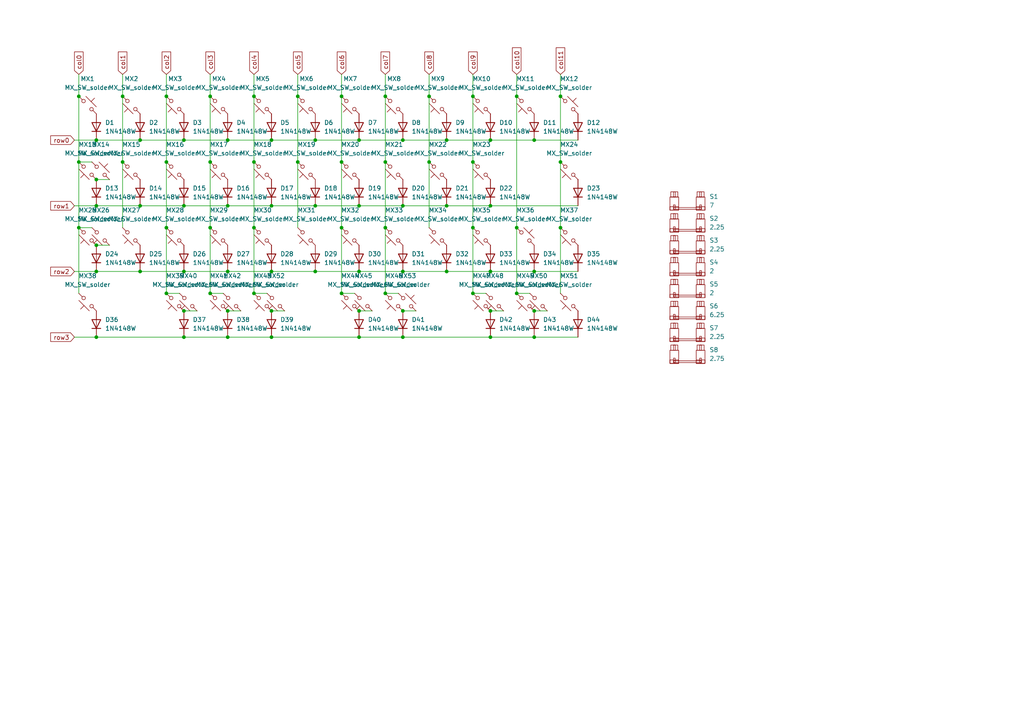
<source format=kicad_sch>
(kicad_sch (version 20231120) (generator "eeschema") (generator_version "8.0")
  (paper "A4")
  (lib_symbols
    (symbol "Diode:1N4148W" (pin_numbers hide) (pin_names hide)
      (property "Reference" "D" (at 0 2.54 0))
      (property "Value" "1N4148W" (at 0 -2.54 0))
      (symbol "1N4148W_0_1"
        (polyline (pts (xy -1.27 1.27) (xy -1.27 -1.27)) (stroke (width 0.254)))
        (polyline (pts (xy 1.27 0) (xy -1.27 0)))
        (polyline (pts (xy 1.27 1.27) (xy 1.27 -1.27) (xy -1.27 0) (xy 1.27 1.27)) (stroke (width 0.254)))
      )
      (symbol "1N4148W_1_1"
        (pin passive line (at -3.81 0 0) (length 2.54) (name "K") (number "1"))
        (pin passive line (at 3.81 0 180) (length 2.54) (name "A") (number "2"))
      )
    )
    (symbol "PCM_marbastlib-mx:MX_SW_HS" (pin_numbers hide) (pin_names (offset 1.016) hide)
      (property "Reference" "MX" (at 3.048 1.016 0))
      (property "Value" "MX_SW_HS" (at 0 -3.81 0))
      (symbol "MX_SW_HS_0_1"
        (circle (center -1.1684 1.1684) (radius 0.508))
        (polyline (pts (xy -0.508 2.54) (xy 2.54 -0.508)))
        (polyline (pts (xy 1.016 1.016) (xy 2.032 2.032)))
        (polyline (pts (xy -2.54 2.54) (xy -1.524 1.524) (xy -1.524 1.524)))
        (polyline (pts (xy 1.524 -1.524) (xy 2.54 -2.54) (xy 2.54 -2.54) (xy 2.54 -2.54)))
        (circle (center 1.143 -1.1938) (radius 0.508))
        (pin passive line (at -2.54 2.54 0) (length 0) (name "1") (number "1"))
        (pin passive line (at 2.54 -2.54 180) (length 0) (name "2") (number "2"))
      )
    )
    (symbol "PCM_marbastlib-mx:MX_SW_solder" (pin_numbers hide) (pin_names (offset 1.016) hide)
      (property "Reference" "MX" (at 3.048 1.016 0))
      (property "Value" "MX_SW_solder" (at 0 -3.81 0))
      (symbol "MX_SW_solder_0_1"
        (circle (center -1.1684 1.1684) (radius 0.508))
        (polyline (pts (xy -0.508 2.54) (xy 2.54 -0.508)))
        (polyline (pts (xy 1.016 1.016) (xy 2.032 2.032)))
        (polyline (pts (xy -2.54 2.54) (xy -1.524 1.524) (xy -1.524 1.524)))
        (polyline (pts (xy 1.524 -1.524) (xy 2.54 -2.54) (xy 2.54 -2.54) (xy 2.54 -2.54)))
        (circle (center 1.143 -1.1938) (radius 0.508))
        (pin passive line (at -2.54 2.54 0) (length 0) (name "1") (number "1"))
        (pin passive line (at 2.54 -2.54 180) (length 0) (name "2") (number "2"))
      )
    )
    (symbol "PCM_marbastlib-mx:MX_stab" (pin_names (offset 1.016))
      (property "Reference" "S" (at -5.08 6.35 0))
      (property "Value" "MX_stab" (at -5.08 3.81 0))
      (symbol "MX_stab_0_1"
        (rectangle (start -5.08 -1.524) (end -2.54 -2.54))
        (rectangle (start -5.08 1.27) (end -2.54 -2.54))
        (rectangle (start -4.826 2.794) (end -2.794 1.27))
        (rectangle (start -4.064 -2.286) (end -3.556 -1.016))
        (rectangle (start -4.064 -1.778) (end 4.064 -2.286))
        (rectangle (start -4.064 1.27) (end -3.556 2.794))
        (rectangle (start 2.54 -1.524) (end 5.08 -2.54))
        (rectangle (start 2.54 1.27) (end 5.08 -2.54))
        (rectangle (start 2.794 2.794) (end 4.826 1.27))
        (rectangle (start 3.556 1.27) (end 4.064 2.794))
        (rectangle (start 4.064 -2.286) (end 3.556 -1.016))
      )
    )
  )
  (junction (at 91.44 78.74))
  (junction (at 27.94 52.07))
  (junction (at 162.56 27.94))
  (junction (at 124.46 46.99))
  (junction (at 73.66 46.99))
  (junction (at 99.06 46.99))
  (junction (at 162.56 66.04))
  (junction (at 22.86 46.99))
  (junction (at 48.26 27.94))
  (junction (at 104.14 59.69))
  (junction (at 124.46 27.94))
  (junction (at 111.76 66.04))
  (junction (at 40.64 59.69))
  (junction (at 149.86 85.09))
  (junction (at 116.84 97.79))
  (junction (at 99.06 66.04))
  (junction (at 66.04 59.69))
  (junction (at 142.24 78.74))
  (junction (at 78.74 78.74))
  (junction (at 91.44 59.69))
  (junction (at 86.36 27.94))
  (junction (at 116.84 40.64))
  (junction (at 73.66 66.04))
  (junction (at 142.24 90.17))
  (junction (at 60.96 27.94))
  (junction (at 104.14 90.17))
  (junction (at 73.66 27.94))
  (junction (at 149.86 66.04))
  (junction (at 162.56 46.99))
  (junction (at 104.14 78.74))
  (junction (at 66.04 90.17))
  (junction (at 27.94 97.79))
  (junction (at 99.06 85.09))
  (junction (at 27.94 40.64))
  (junction (at 111.76 27.94))
  (junction (at 149.86 27.94))
  (junction (at 48.26 85.09))
  (junction (at 116.84 90.17))
  (junction (at 60.96 46.99))
  (junction (at 22.86 27.94))
  (junction (at 142.24 97.79))
  (junction (at 116.84 78.74))
  (junction (at 99.06 27.94))
  (junction (at 142.24 40.64))
  (junction (at 40.64 40.64))
  (junction (at 48.26 46.99))
  (junction (at 78.74 59.69))
  (junction (at 66.04 97.79))
  (junction (at 137.16 27.94))
  (junction (at 78.74 40.64))
  (junction (at 27.94 59.69))
  (junction (at 53.34 40.64))
  (junction (at 111.76 46.99))
  (junction (at 66.04 40.64))
  (junction (at 116.84 59.69))
  (junction (at 27.94 78.74))
  (junction (at 35.56 27.94))
  (junction (at 53.34 59.69))
  (junction (at 86.36 46.99))
  (junction (at 154.94 40.64))
  (junction (at 35.56 46.99))
  (junction (at 78.74 90.17))
  (junction (at 40.64 78.74))
  (junction (at 142.24 59.69))
  (junction (at 22.86 66.04))
  (junction (at 27.94 71.12))
  (junction (at 53.34 90.17))
  (junction (at 48.26 66.04))
  (junction (at 53.34 78.74))
  (junction (at 137.16 85.09))
  (junction (at 111.76 85.09))
  (junction (at 78.74 97.79))
  (junction (at 129.54 59.69))
  (junction (at 60.96 85.09))
  (junction (at 73.66 85.09))
  (junction (at 60.96 66.04))
  (junction (at 104.14 97.79))
  (junction (at 53.34 97.79))
  (junction (at 129.54 78.74))
  (junction (at 66.04 78.74))
  (junction (at 137.16 46.99))
  (junction (at 154.94 78.74))
  (junction (at 91.44 40.64))
  (junction (at 104.14 40.64))
  (junction (at 154.94 97.79))
  (junction (at 137.16 66.04))
  (junction (at 154.94 90.17))
  (junction (at 129.54 40.64))
  (wire (pts (xy 60.96 27.94) (xy 60.96 46.99)))
  (wire (pts (xy 137.16 46.99) (xy 137.16 66.04)))
  (wire (pts (xy 162.56 21.59) (xy 162.56 27.94)))
  (wire (pts (xy 142.24 40.64) (xy 154.94 40.64)))
  (wire (pts (xy 86.36 27.94) (xy 86.36 46.99)))
  (wire (pts (xy 104.14 40.64) (xy 116.84 40.64)))
  (wire (pts (xy 111.76 46.99) (xy 111.76 66.04)))
  (wire (pts (xy 21.59 59.69) (xy 27.94 59.69)))
  (wire (pts (xy 53.34 97.79) (xy 66.04 97.79)))
  (wire (pts (xy 60.96 46.99) (xy 60.96 66.04)))
  (wire (pts (xy 124.46 46.99) (xy 124.46 66.04)))
  (wire (pts (xy 22.86 21.59) (xy 22.86 27.94)))
  (wire (pts (xy 149.86 27.94) (xy 149.86 66.04)))
  (wire (pts (xy 27.94 71.12) (xy 31.75 71.12)))
  (wire (pts (xy 137.16 85.09) (xy 140.97 85.09)))
  (wire (pts (xy 27.94 40.64) (xy 40.64 40.64)))
  (wire (pts (xy 21.59 97.79) (xy 27.94 97.79)))
  (wire (pts (xy 111.76 21.59) (xy 111.76 27.94)))
  (wire (pts (xy 124.46 27.94) (xy 124.46 46.99)))
  (wire (pts (xy 73.66 27.94) (xy 73.66 46.99)))
  (wire (pts (xy 35.56 21.59) (xy 35.56 27.94)))
  (wire (pts (xy 116.84 59.69) (xy 129.54 59.69)))
  (wire (pts (xy 99.06 27.94) (xy 99.06 46.99)))
  (wire (pts (xy 86.36 21.59) (xy 86.36 27.94)))
  (wire (pts (xy 154.94 40.64) (xy 167.64 40.64)))
  (wire (pts (xy 27.94 52.07) (xy 31.75 52.07)))
  (wire (pts (xy 73.66 66.04) (xy 73.66 85.09)))
  (wire (pts (xy 66.04 78.74) (xy 78.74 78.74)))
  (wire (pts (xy 91.44 40.64) (xy 104.14 40.64)))
  (wire (pts (xy 154.94 78.74) (xy 167.64 78.74)))
  (wire (pts (xy 73.66 21.59) (xy 73.66 27.94)))
  (wire (pts (xy 116.84 40.64) (xy 129.54 40.64)))
  (wire (pts (xy 116.84 90.17) (xy 120.65 90.17)))
  (wire (pts (xy 111.76 27.94) (xy 111.76 46.99)))
  (wire (pts (xy 73.66 85.09) (xy 77.47 85.09)))
  (wire (pts (xy 149.86 85.09) (xy 153.67 85.09)))
  (wire (pts (xy 99.06 21.59) (xy 99.06 27.94)))
  (wire (pts (xy 40.64 59.69) (xy 53.34 59.69)))
  (wire (pts (xy 129.54 59.69) (xy 142.24 59.69)))
  (wire (pts (xy 149.86 21.59) (xy 149.86 27.94)))
  (wire (pts (xy 111.76 66.04) (xy 111.76 85.09)))
  (wire (pts (xy 22.86 27.94) (xy 22.86 46.99)))
  (wire (pts (xy 48.26 66.04) (xy 48.26 85.09)))
  (wire (pts (xy 48.26 21.59) (xy 48.26 27.94)))
  (wire (pts (xy 162.56 66.04) (xy 162.56 85.09)))
  (wire (pts (xy 73.66 46.99) (xy 73.66 66.04)))
  (wire (pts (xy 91.44 78.74) (xy 104.14 78.74)))
  (wire (pts (xy 48.26 27.94) (xy 48.26 46.99)))
  (wire (pts (xy 78.74 40.64) (xy 91.44 40.64)))
  (wire (pts (xy 21.59 78.74) (xy 27.94 78.74)))
  (wire (pts (xy 66.04 97.79) (xy 78.74 97.79)))
  (wire (pts (xy 162.56 27.94) (xy 162.56 46.99)))
  (wire (pts (xy 104.14 90.17) (xy 107.95 90.17)))
  (wire (pts (xy 22.86 46.99) (xy 22.86 66.04)))
  (wire (pts (xy 22.86 46.99) (xy 26.67 46.99)))
  (wire (pts (xy 86.36 46.99) (xy 86.36 66.04)))
  (wire (pts (xy 78.74 59.69) (xy 91.44 59.69)))
  (wire (pts (xy 60.96 85.09) (xy 64.77 85.09)))
  (wire (pts (xy 48.26 46.99) (xy 48.26 66.04)))
  (wire (pts (xy 40.64 40.64) (xy 53.34 40.64)))
  (wire (pts (xy 53.34 78.74) (xy 66.04 78.74)))
  (wire (pts (xy 66.04 40.64) (xy 78.74 40.64)))
  (wire (pts (xy 137.16 21.59) (xy 137.16 27.94)))
  (wire (pts (xy 27.94 97.79) (xy 53.34 97.79)))
  (wire (pts (xy 53.34 40.64) (xy 66.04 40.64)))
  (wire (pts (xy 91.44 59.69) (xy 104.14 59.69)))
  (wire (pts (xy 53.34 90.17) (xy 57.15 90.17)))
  (wire (pts (xy 154.94 97.79) (xy 167.64 97.79)))
  (wire (pts (xy 21.59 40.64) (xy 27.94 40.64)))
  (wire (pts (xy 66.04 90.17) (xy 69.85 90.17)))
  (wire (pts (xy 60.96 66.04) (xy 60.96 85.09)))
  (wire (pts (xy 137.16 27.94) (xy 137.16 46.99)))
  (wire (pts (xy 124.46 21.59) (xy 124.46 27.94)))
  (wire (pts (xy 137.16 66.04) (xy 137.16 85.09)))
  (wire (pts (xy 149.86 66.04) (xy 149.86 85.09)))
  (wire (pts (xy 142.24 59.69) (xy 167.64 59.69)))
  (wire (pts (xy 116.84 78.74) (xy 129.54 78.74)))
  (wire (pts (xy 22.86 66.04) (xy 26.67 66.04)))
  (wire (pts (xy 129.54 40.64) (xy 142.24 40.64)))
  (wire (pts (xy 78.74 90.17) (xy 82.55 90.17)))
  (wire (pts (xy 99.06 46.99) (xy 99.06 66.04)))
  (wire (pts (xy 40.64 78.74) (xy 53.34 78.74)))
  (wire (pts (xy 35.56 27.94) (xy 35.56 46.99)))
  (wire (pts (xy 99.06 66.04) (xy 99.06 85.09)))
  (wire (pts (xy 78.74 78.74) (xy 91.44 78.74)))
  (wire (pts (xy 66.04 59.69) (xy 78.74 59.69)))
  (wire (pts (xy 142.24 78.74) (xy 154.94 78.74)))
  (wire (pts (xy 116.84 97.79) (xy 142.24 97.79)))
  (wire (pts (xy 27.94 78.74) (xy 40.64 78.74)))
  (wire (pts (xy 129.54 78.74) (xy 142.24 78.74)))
  (wire (pts (xy 154.94 90.17) (xy 158.75 90.17)))
  (wire (pts (xy 104.14 78.74) (xy 116.84 78.74)))
  (wire (pts (xy 104.14 97.79) (xy 116.84 97.79)))
  (wire (pts (xy 60.96 21.59) (xy 60.96 27.94)))
  (wire (pts (xy 53.34 59.69) (xy 66.04 59.69)))
  (wire (pts (xy 48.26 85.09) (xy 52.07 85.09)))
  (wire (pts (xy 111.76 85.09) (xy 115.57 85.09)))
  (wire (pts (xy 162.56 46.99) (xy 162.56 66.04)))
  (wire (pts (xy 22.86 66.04) (xy 22.86 85.09)))
  (wire (pts (xy 142.24 97.79) (xy 154.94 97.79)))
  (wire (pts (xy 99.06 85.09) (xy 102.87 85.09)))
  (wire (pts (xy 104.14 59.69) (xy 116.84 59.69)))
  (wire (pts (xy 27.94 59.69) (xy 40.64 59.69)))
  (wire (pts (xy 78.74 97.79) (xy 104.14 97.79)))
  (wire (pts (xy 35.56 46.99) (xy 35.56 66.04)))
  (wire (pts (xy 142.24 90.17) (xy 146.05 90.17)))
  (global_label "col0" (shape input) (at 22.86 21.59 90) (property "Intersheetrefs" "${INTERSHEET_REFS}" (effects (hide yes))))
  (global_label "row2" (shape input) (at 21.59 78.74 180) (property "Intersheetrefs" "${INTERSHEET_REFS}" (effects (hide yes))))
  (global_label "col11" (shape input) (at 162.56 21.59 90) (property "Intersheetrefs" "${INTERSHEET_REFS}" (effects (hide yes))))
  (global_label "col10" (shape input) (at 149.86 21.59 90) (property "Intersheetrefs" "${INTERSHEET_REFS}" (effects (hide yes))))
  (global_label "col8" (shape input) (at 124.46 21.59 90) (property "Intersheetrefs" "${INTERSHEET_REFS}" (effects (hide yes))))
  (global_label "row0" (shape input) (at 21.59 40.64 180) (property "Intersheetrefs" "${INTERSHEET_REFS}" (effects (hide yes))))
  (global_label "row3" (shape input) (at 21.59 97.79 180) (property "Intersheetrefs" "${INTERSHEET_REFS}" (effects (hide yes))))
  (global_label "col4" (shape input) (at 73.66 21.59 90) (property "Intersheetrefs" "${INTERSHEET_REFS}" (effects (hide yes))))
  (global_label "col9" (shape input) (at 137.16 21.59 90) (property "Intersheetrefs" "${INTERSHEET_REFS}" (effects (hide yes))))
  (global_label "col3" (shape input) (at 60.96 21.59 90) (property "Intersheetrefs" "${INTERSHEET_REFS}" (effects (hide yes))))
  (global_label "col5" (shape input) (at 86.36 21.59 90) (property "Intersheetrefs" "${INTERSHEET_REFS}" (effects (hide yes))))
  (global_label "col1" (shape input) (at 35.56 21.59 90) (property "Intersheetrefs" "${INTERSHEET_REFS}" (effects (hide yes))))
  (global_label "col6" (shape input) (at 99.06 21.59 90) (property "Intersheetrefs" "${INTERSHEET_REFS}" (effects (hide yes))))
  (global_label "row1" (shape input) (at 21.59 59.69 180) (property "Intersheetrefs" "${INTERSHEET_REFS}" (effects (hide yes))))
  (global_label "col7" (shape input) (at 111.76 21.59 90) (property "Intersheetrefs" "${INTERSHEET_REFS}" (effects (hide yes))))
  (global_label "col2" (shape input) (at 48.26 21.59 90) (property "Intersheetrefs" "${INTERSHEET_REFS}" (effects (hide yes))))
  (symbol (lib_id "Diode:1N4148W") (at 154.94 74.93 90) (unit 1)
    (property "Reference" "D34" (at 157.48 73.6599 90) (effects (justify right)))
    (property "Value" "1N4148W" (at 157.48 76.1999 90) (effects (justify right)))
    (property "Footprint" "Diode_SMD:D_SOD-123" (effects (hide yes)))
    (property "Datasheet" "https://www.vishay.com/docs/85748/1n4148w.pdf" (effects (hide yes)))
    (property "Sim.Device" "D" (effects (hide yes)))
    (property "Sim.Pins" "1=K 2=A" (effects (hide yes)))
  )
  (symbol (lib_id "Diode:1N4148W") (at 104.14 74.93 90) (unit 1)
    (property "Reference" "D30" (at 106.68 73.6599 90) (effects (justify right)))
    (property "Value" "1N4148W" (at 106.68 76.1999 90) (effects (justify right)))
    (property "Footprint" "Diode_SMD:D_SOD-123" (effects (hide yes)))
    (property "Datasheet" "https://www.vishay.com/docs/85748/1n4148w.pdf" (effects (hide yes)))
    (property "Sim.Device" "D" (effects (hide yes)))
    (property "Sim.Pins" "1=K 2=A" (effects (hide yes)))
  )
  (symbol (lib_id "Diode:1N4148W") (at 27.94 55.88 90) (unit 1)
    (property "Reference" "D13" (at 30.48 54.6099 90) (effects (justify right)))
    (property "Value" "1N4148W" (at 30.48 57.1499 90) (effects (justify right)))
    (property "Footprint" "Diode_SMD:D_SOD-123" (effects (hide yes)))
    (property "Datasheet" "https://www.vishay.com/docs/85748/1n4148w.pdf" (effects (hide yes)))
    (property "Sim.Device" "D" (effects (hide yes)))
    (property "Sim.Pins" "1=K 2=A" (effects (hide yes)))
  )
  (symbol (lib_id "Diode:1N4148W") (at 167.64 55.88 90) (unit 1)
    (property "Reference" "D23" (at 170.18 54.6099 90) (effects (justify right)))
    (property "Value" "1N4148W" (at 170.18 57.1499 90) (effects (justify right)))
    (property "Footprint" "Diode_SMD:D_SOD-123" (effects (hide yes)))
    (property "Datasheet" "https://www.vishay.com/docs/85748/1n4148w.pdf" (effects (hide yes)))
    (property "Sim.Device" "D" (effects (hide yes)))
    (property "Sim.Pins" "1=K 2=A" (effects (hide yes)))
  )
  (symbol (lib_id "PCM_marbastlib-mx:MX_SW_HS") (at 38.1 30.48 180) (unit 1)
    (property "Reference" "MX2" (at 38.1 22.86 0))
    (property "Value" "MX_SW_solder" (at 38.1 25.4 0))
    (property "Footprint" "PCM_marbastlib-mx:SW_MX_1u" (effects (hide yes)))
  )
  (symbol (lib_id "PCM_marbastlib-mx:MX_SW_HS") (at 101.6 49.53 180) (unit 1)
    (property "Reference" "MX20" (at 101.6 41.91 0))
    (property "Value" "MX_SW_solder" (at 101.6 44.45 0))
    (property "Footprint" "PCM_marbastlib-mx:SW_MX_1u" (effects (hide yes)))
  )
  (symbol (lib_id "Diode:1N4148W") (at 40.64 55.88 90) (unit 1)
    (property "Reference" "D14" (at 43.18 54.6099 90) (effects (justify right)))
    (property "Value" "1N4148W" (at 43.18 57.1499 90) (effects (justify right)))
    (property "Footprint" "Diode_SMD:D_SOD-123" (effects (hide yes)))
    (property "Datasheet" "https://www.vishay.com/docs/85748/1n4148w.pdf" (effects (hide yes)))
    (property "Sim.Device" "D" (effects (hide yes)))
    (property "Sim.Pins" "1=K 2=A" (effects (hide yes)))
  )
  (symbol (lib_id "Diode:1N4148W") (at 66.04 93.98 90) (unit 1)
    (property "Reference" "D38" (at 68.58 92.7099 90) (effects (justify right)))
    (property "Value" "1N4148W" (at 68.58 95.2499 90) (effects (justify right)))
    (property "Footprint" "Diode_SMD:D_SOD-123" (effects (hide yes)))
    (property "Datasheet" "https://www.vishay.com/docs/85748/1n4148w.pdf" (effects (hide yes)))
    (property "Sim.Device" "D" (effects (hide yes)))
    (property "Sim.Pins" "1=K 2=A" (effects (hide yes)))
  )
  (symbol (lib_id "PCM_marbastlib-mx:MX_SW_HS") (at 63.5 68.58 180) (unit 1)
    (property "Reference" "MX29" (at 63.5 60.96 0))
    (property "Value" "MX_SW_solder" (at 63.5 63.5 0))
    (property "Footprint" "PCM_marbastlib-mx:SW_MX_1u" (effects (hide yes)))
  )
  (symbol (lib_id "Diode:1N4148W") (at 40.64 74.93 90) (unit 1)
    (property "Reference" "D25" (at 43.18 73.6599 90) (effects (justify right)))
    (property "Value" "1N4148W" (at 43.18 76.1999 90) (effects (justify right)))
    (property "Footprint" "Diode_SMD:D_SOD-123" (effects (hide yes)))
    (property "Datasheet" "https://www.vishay.com/docs/85748/1n4148w.pdf" (effects (hide yes)))
    (property "Sim.Device" "D" (effects (hide yes)))
    (property "Sim.Pins" "1=K 2=A" (effects (hide yes)))
  )
  (symbol (lib_id "Diode:1N4148W") (at 142.24 74.93 90) (unit 1)
    (property "Reference" "D33" (at 144.78 73.6599 90) (effects (justify right)))
    (property "Value" "1N4148W" (at 144.78 76.1999 90) (effects (justify right)))
    (property "Footprint" "Diode_SMD:D_SOD-123" (effects (hide yes)))
    (property "Datasheet" "https://www.vishay.com/docs/85748/1n4148w.pdf" (effects (hide yes)))
    (property "Sim.Device" "D" (effects (hide yes)))
    (property "Sim.Pins" "1=K 2=A" (effects (hide yes)))
  )
  (symbol (lib_id "PCM_marbastlib-mx:MX_SW_HS") (at 127 49.53 180) (unit 1)
    (property "Reference" "MX22" (at 127 41.91 0))
    (property "Value" "MX_SW_solder" (at 127 44.45 0))
    (property "Footprint" "PCM_marbastlib-mx:SW_MX_1u" (effects (hide yes)))
  )
  (symbol (lib_id "PCM_marbastlib-mx:MX_SW_solder") (at 63.5 87.63 180) (unit 1)
    (property "Reference" "MX41" (at 63.5 80.01 0))
    (property "Value" "MX_SW_solder" (at 63.5 82.55 0))
    (property "Footprint" "PCM_marbastlib-mx:SW_MX_1.25u" (effects (hide yes)))
    (property "Description" "Push button switch, normally open, two pins, 45° tilted" (effects (hide yes)))
  )
  (symbol (lib_id "PCM_marbastlib-mx:MX_SW_HS") (at 152.4 68.58 0) (unit 1)
    (property "Reference" "MX36" (at 152.4 60.96 0))
    (property "Value" "MX_SW_solder" (at 152.4 63.5 0))
    (property "Footprint" "PCM_marbastlib-mx:SW_MX_1.75u" (effects (hide yes)))
  )
  (symbol (lib_id "PCM_marbastlib-mx:MX_SW_solder") (at 118.11 87.63 0) (unit 1)
    (property "Reference" "MX53" (at 118.11 80.01 0))
    (property "Value" "MX_SW_solder" (at 118.11 82.55 0))
    (property "Footprint" "PCM_marbastlib-mx:SW_MX_1u" (effects (hide yes)))
    (property "Description" "Push button switch, normally open, two pins, 45° tilted" (effects (hide yes)))
  )
  (symbol (lib_id "Diode:1N4148W") (at 91.44 36.83 90) (unit 1)
    (property "Reference" "D6" (at 93.98 35.56 90) (effects (justify right)))
    (property "Value" "1N4148W" (at 93.98 38.1 90) (effects (justify right)))
    (property "Footprint" "Diode_SMD:D_SOD-123" (effects (hide yes)))
    (property "Datasheet" "https://www.vishay.com/docs/85748/1n4148w.pdf" (effects (hide yes)))
    (property "Sim.Device" "D" (effects (hide yes)))
    (property "Sim.Pins" "1=K 2=A" (effects (hide yes)))
  )
  (symbol (lib_id "Diode:1N4148W") (at 27.94 74.93 90) (unit 1)
    (property "Reference" "D24" (at 30.48 73.6599 90) (effects (justify right)))
    (property "Value" "1N4148W" (at 30.48 76.1999 90) (effects (justify right)))
    (property "Footprint" "Diode_SMD:D_SOD-123" (effects (hide yes)))
    (property "Datasheet" "https://www.vishay.com/docs/85748/1n4148w.pdf" (effects (hide yes)))
    (property "Sim.Device" "D" (effects (hide yes)))
    (property "Sim.Pins" "1=K 2=A" (effects (hide yes)))
  )
  (symbol (lib_id "PCM_marbastlib-mx:MX_SW_HS") (at 114.3 49.53 180) (unit 1)
    (property "Reference" "MX21" (at 114.3 41.91 0))
    (property "Value" "MX_SW_solder" (at 114.3 44.45 0))
    (property "Footprint" "PCM_marbastlib-mx:SW_MX_1u" (effects (hide yes)))
  )
  (symbol (lib_id "Diode:1N4148W") (at 53.34 36.83 90) (unit 1)
    (property "Reference" "D3" (at 55.88 35.56 90) (effects (justify right)))
    (property "Value" "1N4148W" (at 55.88 38.1 90) (effects (justify right)))
    (property "Footprint" "Diode_SMD:D_SOD-123" (effects (hide yes)))
    (property "Datasheet" "https://www.vishay.com/docs/85748/1n4148w.pdf" (effects (hide yes)))
    (property "Sim.Device" "D" (effects (hide yes)))
    (property "Sim.Pins" "1=K 2=A" (effects (hide yes)))
  )
  (symbol (lib_id "PCM_marbastlib-mx:MX_SW_HS") (at 50.8 68.58 180) (unit 1)
    (property "Reference" "MX28" (at 50.8 60.96 0))
    (property "Value" "MX_SW_solder" (at 50.8 63.5 0))
    (property "Footprint" "PCM_marbastlib-mx:SW_MX_1u" (effects (hide yes)))
  )
  (symbol (lib_id "Diode:1N4148W") (at 53.34 74.93 90) (unit 1)
    (property "Reference" "D26" (at 55.88 73.6599 90) (effects (justify right)))
    (property "Value" "1N4148W" (at 55.88 76.1999 90) (effects (justify right)))
    (property "Footprint" "Diode_SMD:D_SOD-123" (effects (hide yes)))
    (property "Datasheet" "https://www.vishay.com/docs/85748/1n4148w.pdf" (effects (hide yes)))
    (property "Sim.Device" "D" (effects (hide yes)))
    (property "Sim.Pins" "1=K 2=A" (effects (hide yes)))
  )
  (symbol (lib_id "PCM_marbastlib-mx:MX_stab") (at 199.39 71.12 0) (unit 1)
    (property "Reference" "S3" (at 205.74 69.7229 0) (effects (justify left)))
    (property "Value" "2.25" (at 205.74 72.2629 0) (effects (justify left)))
    (property "Footprint" "PCM_marbastlib-mx:STAB_MX_2.25u" (effects (hide yes)))
  )
  (symbol (lib_id "Diode:1N4148W") (at 53.34 93.98 90) (unit 1)
    (property "Reference" "D37" (at 55.88 92.7099 90) (effects (justify right)))
    (property "Value" "1N4148W" (at 55.88 95.2499 90) (effects (justify right)))
    (property "Footprint" "Diode_SMD:D_SOD-123" (effects (hide yes)))
    (property "Datasheet" "https://www.vishay.com/docs/85748/1n4148w.pdf" (effects (hide yes)))
    (property "Sim.Device" "D" (effects (hide yes)))
    (property "Sim.Pins" "1=K 2=A" (effects (hide yes)))
  )
  (symbol (lib_id "PCM_marbastlib-mx:MX_stab") (at 199.39 64.77 0) (unit 1)
    (property "Reference" "S2" (at 205.74 63.3729 0) (effects (justify left)))
    (property "Value" "2.25" (at 205.74 65.9129 0) (effects (justify left)))
    (property "Footprint" "PCM_marbastlib-mx:STAB_MX_2.25u" (effects (hide yes)))
  )
  (symbol (lib_id "Diode:1N4148W") (at 154.94 36.83 90) (unit 1)
    (property "Reference" "D11" (at 157.48 35.56 90) (effects (justify right)))
    (property "Value" "1N4148W" (at 157.48 38.1 90) (effects (justify right)))
    (property "Footprint" "Diode_SMD:D_SOD-123" (effects (hide yes)))
    (property "Datasheet" "https://www.vishay.com/docs/85748/1n4148w.pdf" (effects (hide yes)))
    (property "Sim.Device" "D" (effects (hide yes)))
    (property "Sim.Pins" "1=K 2=A" (effects (hide yes)))
  )
  (symbol (lib_id "PCM_marbastlib-mx:MX_SW_HS") (at 88.9 30.48 180) (unit 1)
    (property "Reference" "MX6" (at 88.9 22.86 0))
    (property "Value" "MX_SW_solder" (at 88.9 25.4 0))
    (property "Footprint" "PCM_marbastlib-mx:SW_MX_1u" (effects (hide yes)))
  )
  (symbol (lib_id "Diode:1N4148W") (at 91.44 55.88 90) (unit 1)
    (property "Reference" "D18" (at 93.98 54.6099 90) (effects (justify right)))
    (property "Value" "1N4148W" (at 93.98 57.1499 90) (effects (justify right)))
    (property "Footprint" "Diode_SMD:D_SOD-123" (effects (hide yes)))
    (property "Datasheet" "https://www.vishay.com/docs/85748/1n4148w.pdf" (effects (hide yes)))
    (property "Sim.Device" "D" (effects (hide yes)))
    (property "Sim.Pins" "1=K 2=A" (effects (hide yes)))
  )
  (symbol (lib_id "PCM_marbastlib-mx:MX_SW_solder") (at 143.51 87.63 180) (unit 1)
    (property "Reference" "MX48" (at 143.51 80.01 0))
    (property "Value" "MX_SW_solder" (at 143.51 82.55 0))
    (property "Footprint" "PCM_marbastlib-mx:SW_MX_1u" (effects (hide yes)))
    (property "Description" "Push button switch, normally open, two pins, 45° tilted" (effects (hide yes)))
  )
  (symbol (lib_id "Diode:1N4148W") (at 142.24 55.88 90) (unit 1)
    (property "Reference" "D22" (at 144.78 54.6099 90) (effects (justify right)))
    (property "Value" "1N4148W" (at 144.78 57.1499 90) (effects (justify right)))
    (property "Footprint" "Diode_SMD:D_SOD-123" (effects (hide yes)))
    (property "Datasheet" "https://www.vishay.com/docs/85748/1n4148w.pdf" (effects (hide yes)))
    (property "Sim.Device" "D" (effects (hide yes)))
    (property "Sim.Pins" "1=K 2=A" (effects (hide yes)))
  )
  (symbol (lib_id "PCM_marbastlib-mx:MX_SW_solder") (at 76.2 87.63 180) (unit 1)
    (property "Reference" "MX43" (at 76.2 80.01 0))
    (property "Value" "MX_SW_solder" (at 76.2 82.55 0))
    (property "Footprint" "PCM_marbastlib-mx:SW_MX_1u" (effects (hide yes)))
    (property "Description" "Push button switch, normally open, two pins, 45° tilted" (effects (hide yes)))
  )
  (symbol (lib_id "Diode:1N4148W") (at 116.84 93.98 90) (unit 1)
    (property "Reference" "D41" (at 119.38 92.7099 90) (effects (justify right)))
    (property "Value" "1N4148W" (at 119.38 95.2499 90) (effects (justify right)))
    (property "Footprint" "Diode_SMD:D_SOD-123" (effects (hide yes)))
    (property "Datasheet" "https://www.vishay.com/docs/85748/1n4148w.pdf" (effects (hide yes)))
    (property "Sim.Device" "D" (effects (hide yes)))
    (property "Sim.Pins" "1=K 2=A" (effects (hide yes)))
  )
  (symbol (lib_id "Diode:1N4148W") (at 104.14 36.83 90) (unit 1)
    (property "Reference" "D7" (at 106.68 35.56 90) (effects (justify right)))
    (property "Value" "1N4148W" (at 106.68 38.1 90) (effects (justify right)))
    (property "Footprint" "Diode_SMD:D_SOD-123" (effects (hide yes)))
    (property "Datasheet" "https://www.vishay.com/docs/85748/1n4148w.pdf" (effects (hide yes)))
    (property "Sim.Device" "D" (effects (hide yes)))
    (property "Sim.Pins" "1=K 2=A" (effects (hide yes)))
  )
  (symbol (lib_id "PCM_marbastlib-mx:MX_SW_HS") (at 25.4 30.48 0) (unit 1)
    (property "Reference" "MX1" (at 25.4 22.86 0))
    (property "Value" "MX_SW_solder" (at 25.4 25.4 0))
    (property "Footprint" "PCM_marbastlib-mx:SW_MX_1.5u" (effects (hide yes)))
  )
  (symbol (lib_id "PCM_marbastlib-mx:MX_stab") (at 199.39 83.82 0) (unit 1)
    (property "Reference" "S5" (at 205.74 82.4229 0) (effects (justify left)))
    (property "Value" "2" (at 205.74 84.9629 0) (effects (justify left)))
    (property "Footprint" "PCM_marbastlib-mx:STAB_MX_2u" (effects (hide yes)))
  )
  (symbol (lib_id "PCM_marbastlib-mx:MX_stab") (at 199.39 102.87 0) (unit 1)
    (property "Reference" "S8" (at 205.74 101.4729 0) (effects (justify left)))
    (property "Value" "2.75" (at 205.74 104.0129 0) (effects (justify left)))
    (property "Footprint" "PCM_marbastlib-mx:STAB_MX_2.75u" (effects (hide yes)))
  )
  (symbol (lib_id "PCM_marbastlib-mx:MX_SW_HS") (at 139.7 30.48 180) (unit 1)
    (property "Reference" "MX10" (at 139.7 22.86 0))
    (property "Value" "MX_SW_solder" (at 139.7 25.4 0))
    (property "Footprint" "PCM_marbastlib-mx:SW_MX_1u" (effects (hide yes)))
  )
  (symbol (lib_id "PCM_marbastlib-mx:MX_SW_solder") (at 67.31 87.63 180) (unit 1)
    (property "Reference" "MX42" (at 67.31 80.01 0))
    (property "Value" "MX_SW_solder" (at 67.31 82.55 0))
    (property "Footprint" "PCM_marbastlib-mx:SW_MX_1u" (effects (hide yes)))
    (property "Description" "Push button switch, normally open, two pins, 45° tilted" (effects (hide yes)))
  )
  (symbol (lib_id "Diode:1N4148W") (at 142.24 36.83 90) (unit 1)
    (property "Reference" "D10" (at 144.78 35.56 90) (effects (justify right)))
    (property "Value" "1N4148W" (at 144.78 38.1 90) (effects (justify right)))
    (property "Footprint" "Diode_SMD:D_SOD-123" (effects (hide yes)))
    (property "Datasheet" "https://www.vishay.com/docs/85748/1n4148w.pdf" (effects (hide yes)))
    (property "Sim.Device" "D" (effects (hide yes)))
    (property "Sim.Pins" "1=K 2=A" (effects (hide yes)))
  )
  (symbol (lib_id "PCM_marbastlib-mx:MX_SW_solder") (at 29.21 49.53 0) (unit 1)
    (property "Reference" "MX14" (at 29.21 41.91 0))
    (property "Value" "MX_SW_solder" (at 29.21 44.45 0))
    (property "Footprint" "PCM_marbastlib-mx:SW_MX_1.75u_STP_1.25" (effects (hide yes)))
  )
  (symbol (lib_id "Diode:1N4148W") (at 142.24 93.98 90) (unit 1)
    (property "Reference" "D42" (at 144.78 92.7099 90) (effects (justify right)))
    (property "Value" "1N4148W" (at 144.78 95.2499 90) (effects (justify right)))
    (property "Footprint" "Diode_SMD:D_SOD-123" (effects (hide yes)))
    (property "Datasheet" "https://www.vishay.com/docs/85748/1n4148w.pdf" (effects (hide yes)))
    (property "Sim.Device" "D" (effects (hide yes)))
    (property "Sim.Pins" "1=K 2=A" (effects (hide yes)))
  )
  (symbol (lib_id "PCM_marbastlib-mx:MX_SW_HS") (at 25.4 49.53 180) (unit 1)
    (property "Reference" "MX13" (at 25.4 41.91 0))
    (property "Value" "MX_SW_solder" (at 25.4 44.45 0))
    (property "Footprint" "PCM_marbastlib-mx:SW_MX_1.75u" (effects (hide yes)))
  )
  (symbol (lib_id "Diode:1N4148W") (at 116.84 55.88 90) (unit 1)
    (property "Reference" "D20" (at 119.38 54.6099 90) (effects (justify right)))
    (property "Value" "1N4148W" (at 119.38 57.1499 90) (effects (justify right)))
    (property "Footprint" "Diode_SMD:D_SOD-123" (effects (hide yes)))
    (property "Datasheet" "https://www.vishay.com/docs/85748/1n4148w.pdf" (effects (hide yes)))
    (property "Sim.Device" "D" (effects (hide yes)))
    (property "Sim.Pins" "1=K 2=A" (effects (hide yes)))
  )
  (symbol (lib_id "PCM_marbastlib-mx:MX_SW_solder") (at 165.1 87.63 180) (unit 1)
    (property "Reference" "MX51" (at 165.1 80.01 0))
    (property "Value" "MX_SW_solder" (at 165.1 82.55 0))
    (property "Footprint" "PCM_marbastlib-mx:SW_MX_1.25u" (effects (hide yes)))
  )
  (symbol (lib_id "PCM_marbastlib-mx:MX_stab") (at 199.39 77.47 0) (unit 1)
    (property "Reference" "S4" (at 205.74 76.0729 0) (effects (justify left)))
    (property "Value" "2" (at 205.74 78.6129 0) (effects (justify left)))
    (property "Footprint" "PCM_marbastlib-mx:STAB_MX_2u" (effects (hide yes)))
  )
  (symbol (lib_id "PCM_marbastlib-mx:MX_SW_solder") (at 105.41 87.63 180) (unit 1)
    (property "Reference" "MX45" (at 105.41 80.01 0))
    (property "Value" "MX_SW_solder" (at 105.41 82.55 0))
    (property "Footprint" "PCM_marbastlib-mx:SW_MX_1u" (effects (hide yes)))
    (property "Description" "Push button switch, normally open, two pins, 45° tilted" (effects (hide yes)))
  )
  (symbol (lib_id "PCM_marbastlib-mx:MX_SW_HS") (at 152.4 30.48 180) (unit 1)
    (property "Reference" "MX11" (at 152.4 22.86 0))
    (property "Value" "MX_SW_solder" (at 152.4 25.4 0))
    (property "Footprint" "PCM_marbastlib-mx:SW_MX_1u" (effects (hide yes)))
  )
  (symbol (lib_id "PCM_marbastlib-mx:MX_SW_solder") (at 54.61 87.63 180) (unit 1)
    (property "Reference" "MX40" (at 54.61 80.01 0))
    (property "Value" "MX_SW_solder" (at 54.61 82.55 0))
    (property "Footprint" "PCM_marbastlib-mx:SW_MX_1u" (effects (hide yes)))
    (property "Description" "Push button switch, normally open, two pins, 45° tilted" (effects (hide yes)))
  )
  (symbol (lib_id "PCM_marbastlib-mx:MX_stab") (at 199.39 96.52 0) (unit 1)
    (property "Reference" "S7" (at 205.74 95.1229 0) (effects (justify left)))
    (property "Value" "2.25" (at 205.74 97.6629 0) (effects (justify left)))
    (property "Footprint" "PCM_marbastlib-mx:STAB_MX_2.25u" (effects (hide yes)))
  )
  (symbol (lib_id "Diode:1N4148W") (at 129.54 36.83 90) (unit 1)
    (property "Reference" "D9" (at 132.08 35.56 90) (effects (justify right)))
    (property "Value" "1N4148W" (at 132.08 38.1 90) (effects (justify right)))
    (property "Footprint" "Diode_SMD:D_SOD-123" (effects (hide yes)))
    (property "Datasheet" "https://www.vishay.com/docs/85748/1n4148w.pdf" (effects (hide yes)))
    (property "Sim.Device" "D" (effects (hide yes)))
    (property "Sim.Pins" "1=K 2=A" (effects (hide yes)))
  )
  (symbol (lib_id "PCM_marbastlib-mx:MX_SW_HS") (at 101.6 68.58 180) (unit 1)
    (property "Reference" "MX32" (at 101.6 60.96 0))
    (property "Value" "MX_SW_solder" (at 101.6 63.5 0))
    (property "Footprint" "PCM_marbastlib-mx:SW_MX_1u" (effects (hide yes)))
  )
  (symbol (lib_id "PCM_marbastlib-mx:MX_SW_HS") (at 63.5 30.48 180) (unit 1)
    (property "Reference" "MX4" (at 63.5 22.86 0))
    (property "Value" "MX_SW_solder" (at 63.5 25.4 0))
    (property "Footprint" "PCM_marbastlib-mx:SW_MX_1u" (effects (hide yes)))
  )
  (symbol (lib_id "PCM_marbastlib-mx:MX_stab") (at 199.39 58.42 0) (unit 1)
    (property "Reference" "S1" (at 205.74 57.0229 0) (effects (justify left)))
    (property "Value" "7" (at 205.74 59.5629 0) (effects (justify left)))
    (property "Footprint" "PCM_marbastlib-mx:STAB_MX_7u" (effects (hide yes)))
  )
  (symbol (lib_id "Diode:1N4148W") (at 66.04 74.93 90) (unit 1)
    (property "Reference" "D27" (at 68.58 73.6599 90) (effects (justify right)))
    (property "Value" "1N4148W" (at 68.58 76.1999 90) (effects (justify right)))
    (property "Footprint" "Diode_SMD:D_SOD-123" (effects (hide yes)))
    (property "Datasheet" "https://www.vishay.com/docs/85748/1n4148w.pdf" (effects (hide yes)))
    (property "Sim.Device" "D" (effects (hide yes)))
    (property "Sim.Pins" "1=K 2=A" (effects (hide yes)))
  )
  (symbol (lib_id "PCM_marbastlib-mx:MX_SW_HS") (at 152.4 87.63 180) (unit 1)
    (property "Reference" "MX49" (at 152.4 80.01 0))
    (property "Value" "MX_SW_solder" (at 152.4 82.55 0))
    (property "Footprint" "PCM_marbastlib-mx:SW_MX_1.25u" (effects (hide yes)))
  )
  (symbol (lib_id "PCM_marbastlib-mx:MX_SW_HS") (at 50.8 30.48 180) (unit 1)
    (property "Reference" "MX3" (at 50.8 22.86 0))
    (property "Value" "MX_SW_solder" (at 50.8 25.4 0))
    (property "Footprint" "PCM_marbastlib-mx:SW_MX_1u" (effects (hide yes)))
  )
  (symbol (lib_id "Diode:1N4148W") (at 154.94 93.98 90) (unit 1)
    (property "Reference" "D43" (at 157.48 92.7099 90) (effects (justify right)))
    (property "Value" "1N4148W" (at 157.48 95.2499 90) (effects (justify right)))
    (property "Footprint" "Diode_SMD:D_SOD-123" (effects (hide yes)))
    (property "Datasheet" "https://www.vishay.com/docs/85748/1n4148w.pdf" (effects (hide yes)))
    (property "Sim.Device" "D" (effects (hide yes)))
    (property "Sim.Pins" "1=K 2=A" (effects (hide yes)))
  )
  (symbol (lib_id "Diode:1N4148W") (at 129.54 74.93 90) (unit 1)
    (property "Reference" "D32" (at 132.08 73.6599 90) (effects (justify right)))
    (property "Value" "1N4148W" (at 132.08 76.1999 90) (effects (justify right)))
    (property "Footprint" "Diode_SMD:D_SOD-123" (effects (hide yes)))
    (property "Datasheet" "https://www.vishay.com/docs/85748/1n4148w.pdf" (effects (hide yes)))
    (property "Sim.Device" "D" (effects (hide yes)))
    (property "Sim.Pins" "1=K 2=A" (effects (hide yes)))
  )
  (symbol (lib_id "Diode:1N4148W") (at 78.74 93.98 90) (unit 1)
    (property "Reference" "D39" (at 81.28 92.7099 90) (effects (justify right)))
    (property "Value" "1N4148W" (at 81.28 95.2499 90) (effects (justify right)))
    (property "Footprint" "Diode_SMD:D_SOD-123" (effects (hide yes)))
    (property "Datasheet" "https://www.vishay.com/docs/85748/1n4148w.pdf" (effects (hide yes)))
    (property "Sim.Device" "D" (effects (hide yes)))
    (property "Sim.Pins" "1=K 2=A" (effects (hide yes)))
  )
  (symbol (lib_id "Diode:1N4148W") (at 104.14 55.88 90) (unit 1)
    (property "Reference" "D19" (at 106.68 54.6099 90) (effects (justify right)))
    (property "Value" "1N4148W" (at 106.68 57.1499 90) (effects (justify right)))
    (property "Footprint" "Diode_SMD:D_SOD-123" (effects (hide yes)))
    (property "Datasheet" "https://www.vishay.com/docs/85748/1n4148w.pdf" (effects (hide yes)))
    (property "Sim.Device" "D" (effects (hide yes)))
    (property "Sim.Pins" "1=K 2=A" (effects (hide yes)))
  )
  (symbol (lib_id "PCM_marbastlib-mx:MX_SW_solder") (at 29.21 68.58 180) (unit 1)
    (property "Reference" "MX26" (at 29.21 60.96 0))
    (property "Value" "MX_SW_solder" (at 29.21 63.5 0))
    (property "Footprint" "PCM_marbastlib-mx:SW_MX_1.25u" (effects (hide yes)))
    (property "Description" "Push button switch, normally open, two pins, 45° tilted" (effects (hide yes)))
  )
  (symbol (lib_id "PCM_marbastlib-mx:MX_SW_HS") (at 38.1 49.53 180) (unit 1)
    (property "Reference" "MX15" (at 38.1 41.91 0))
    (property "Value" "MX_SW_solder" (at 38.1 44.45 0))
    (property "Footprint" "PCM_marbastlib-mx:SW_MX_1u" (effects (hide yes)))
  )
  (symbol (lib_id "PCM_marbastlib-mx:MX_SW_HS") (at 63.5 49.53 180) (unit 1)
    (property "Reference" "MX17" (at 63.5 41.91 0))
    (property "Value" "MX_SW_solder" (at 63.5 44.45 0))
    (property "Footprint" "PCM_marbastlib-mx:SW_MX_1u" (effects (hide yes)))
  )
  (symbol (lib_id "Diode:1N4148W") (at 66.04 55.88 90) (unit 1)
    (property "Reference" "D16" (at 68.58 54.6099 90) (effects (justify right)))
    (property "Value" "1N4148W" (at 68.58 57.1499 90) (effects (justify right)))
    (property "Footprint" "Diode_SMD:D_SOD-123" (effects (hide yes)))
    (property "Datasheet" "https://www.vishay.com/docs/85748/1n4148w.pdf" (effects (hide yes)))
    (property "Sim.Device" "D" (effects (hide yes)))
    (property "Sim.Pins" "1=K 2=A" (effects (hide yes)))
  )
  (symbol (lib_id "PCM_marbastlib-mx:MX_SW_solder") (at 114.3 87.63 180) (unit 1)
    (property "Reference" "MX46" (at 114.3 80.01 0))
    (property "Value" "MX_SW_solder" (at 114.3 82.55 0))
    (property "Footprint" "PCM_marbastlib-mx:SW_MX_1u" (effects (hide yes)))
    (property "Description" "Push button switch, normally open, two pins, 45° tilted" (effects (hide yes)))
  )
  (symbol (lib_id "Diode:1N4148W") (at 53.34 55.88 90) (unit 1)
    (property "Reference" "D15" (at 55.88 54.6099 90) (effects (justify right)))
    (property "Value" "1N4148W" (at 55.88 57.1499 90) (effects (justify right)))
    (property "Footprint" "Diode_SMD:D_SOD-123" (effects (hide yes)))
    (property "Datasheet" "https://www.vishay.com/docs/85748/1n4148w.pdf" (effects (hide yes)))
    (property "Sim.Device" "D" (effects (hide yes)))
    (property "Sim.Pins" "1=K 2=A" (effects (hide yes)))
  )
  (symbol (lib_id "Diode:1N4148W") (at 27.94 36.83 90) (unit 1)
    (property "Reference" "D1" (at 30.48 35.56 90) (effects (justify right)))
    (property "Value" "1N4148W" (at 30.48 38.1 90) (effects (justify right)))
    (property "Footprint" "Diode_SMD:D_SOD-123" (effects (hide yes)))
    (property "Datasheet" "https://www.vishay.com/docs/85748/1n4148w.pdf" (effects (hide yes)))
    (property "Sim.Device" "D" (effects (hide yes)))
    (property "Sim.Pins" "1=K 2=A" (effects (hide yes)))
  )
  (symbol (lib_id "PCM_marbastlib-mx:MX_SW_solder") (at 156.21 87.63 180) (unit 1)
    (property "Reference" "MX50" (at 156.21 80.01 0))
    (property "Value" "MX_SW_solder" (at 156.21 82.55 0))
    (property "Footprint" "PCM_marbastlib-mx:SW_MX_1u" (effects (hide yes)))
    (property "Description" "Push button switch, normally open, two pins, 45° tilted" (effects (hide yes)))
  )
  (symbol (lib_id "Diode:1N4148W") (at 91.44 74.93 90) (unit 1)
    (property "Reference" "D29" (at 93.98 73.6599 90) (effects (justify right)))
    (property "Value" "1N4148W" (at 93.98 76.1999 90) (effects (justify right)))
    (property "Footprint" "Diode_SMD:D_SOD-123" (effects (hide yes)))
    (property "Datasheet" "https://www.vishay.com/docs/85748/1n4148w.pdf" (effects (hide yes)))
    (property "Sim.Device" "D" (effects (hide yes)))
    (property "Sim.Pins" "1=K 2=A" (effects (hide yes)))
  )
  (symbol (lib_id "PCM_marbastlib-mx:MX_SW_HS") (at 114.3 68.58 180) (unit 1)
    (property "Reference" "MX33" (at 114.3 60.96 0))
    (property "Value" "MX_SW_solder" (at 114.3 63.5 0))
    (property "Footprint" "PCM_marbastlib-mx:SW_MX_1u" (effects (hide yes)))
  )
  (symbol (lib_id "PCM_marbastlib-mx:MX_SW_HS") (at 25.4 68.58 180) (unit 1)
    (property "Reference" "MX25" (at 25.4 60.96 0))
    (property "Value" "MX_SW_solder" (at 25.4 63.5 0))
    (property "Footprint" "PCM_marbastlib-mx:SW_MX_1u" (effects (hide yes)))
  )
  (symbol (lib_id "PCM_marbastlib-mx:MX_SW_HS") (at 88.9 49.53 180) (unit 1)
    (property "Reference" "MX19" (at 88.9 41.91 0))
    (property "Value" "MX_SW_solder" (at 88.9 44.45 0))
    (property "Footprint" "PCM_marbastlib-mx:SW_MX_1u" (effects (hide yes)))
  )
  (symbol (lib_id "PCM_marbastlib-mx:MX_SW_HS") (at 50.8 87.63 180) (unit 1)
    (property "Reference" "MX39" (at 50.8 80.01 0))
    (property "Value" "MX_SW_solder" (at 50.8 82.55 0))
    (property "Footprint" "PCM_marbastlib-mx:SW_MX_1.25u" (effects (hide yes)))
  )
  (symbol (lib_id "PCM_marbastlib-mx:MX_SW_HS") (at 127 30.48 180) (unit 1)
    (property "Reference" "MX9" (at 127 22.86 0))
    (property "Value" "MX_SW_solder" (at 127 25.4 0))
    (property "Footprint" "PCM_marbastlib-mx:SW_MX_1u" (effects (hide yes)))
  )
  (symbol (lib_id "PCM_marbastlib-mx:MX_SW_solder") (at 80.01 87.63 180) (unit 1)
    (property "Reference" "MX52" (at 80.01 80.01 0))
    (property "Value" "MX_SW_solder" (at 80.01 82.55 0))
    (property "Footprint" "PCM_marbastlib-mx:SW_MX_1u" (effects (hide yes)))
    (property "Description" "Push button switch, normally open, two pins, 45° tilted" (effects (hide yes)))
  )
  (symbol (lib_id "PCM_marbastlib-mx:MX_SW_HS") (at 139.7 68.58 180) (unit 1)
    (property "Reference" "MX35" (at 139.7 60.96 0))
    (property "Value" "MX_SW_solder" (at 139.7 63.5 0))
    (property "Footprint" "PCM_marbastlib-mx:SW_MX_1u" (effects (hide yes)))
  )
  (symbol (lib_id "PCM_marbastlib-mx:MX_SW_HS") (at 101.6 30.48 180) (unit 1)
    (property "Reference" "MX7" (at 101.6 22.86 0))
    (property "Value" "MX_SW_solder" (at 101.6 25.4 0))
    (property "Footprint" "PCM_marbastlib-mx:SW_MX_1u" (effects (hide yes)))
  )
  (symbol (lib_id "Diode:1N4148W") (at 66.04 36.83 90) (unit 1)
    (property "Reference" "D4" (at 68.58 35.56 90) (effects (justify right)))
    (property "Value" "1N4148W" (at 68.58 38.1 90) (effects (justify right)))
    (property "Footprint" "Diode_SMD:D_SOD-123" (effects (hide yes)))
    (property "Datasheet" "https://www.vishay.com/docs/85748/1n4148w.pdf" (effects (hide yes)))
    (property "Sim.Device" "D" (effects (hide yes)))
    (property "Sim.Pins" "1=K 2=A" (effects (hide yes)))
  )
  (symbol (lib_id "PCM_marbastlib-mx:MX_SW_HS") (at 139.7 49.53 180) (unit 1)
    (property "Reference" "MX23" (at 139.7 41.91 0))
    (property "Value" "MX_SW_solder" (at 139.7 44.45 0))
    (property "Footprint" "PCM_marbastlib-mx:SW_MX_1u" (effects (hide yes)))
  )
  (symbol (lib_id "PCM_marbastlib-mx:MX_SW_HS") (at 76.2 68.58 180) (unit 1)
    (property "Reference" "MX30" (at 76.2 60.96 0))
    (property "Value" "MX_SW_solder" (at 76.2 63.5 0))
    (property "Footprint" "PCM_marbastlib-mx:SW_MX_1u" (effects (hide yes)))
  )
  (symbol (lib_id "Diode:1N4148W") (at 78.74 74.93 90) (unit 1)
    (property "Reference" "D28" (at 81.28 73.6599 90) (effects (justify right)))
    (property "Value" "1N4148W" (at 81.28 76.1999 90) (effects (justify right)))
    (property "Footprint" "Diode_SMD:D_SOD-123" (effects (hide yes)))
    (property "Datasheet" "https://www.vishay.com/docs/85748/1n4148w.pdf" (effects (hide yes)))
    (property "Sim.Device" "D" (effects (hide yes)))
    (property "Sim.Pins" "1=K 2=A" (effects (hide yes)))
  )
  (symbol (lib_id "Diode:1N4148W") (at 78.74 55.88 90) (unit 1)
    (property "Reference" "D17" (at 81.28 54.6099 90) (effects (justify right)))
    (property "Value" "1N4148W" (at 81.28 57.1499 90) (effects (justify right)))
    (property "Footprint" "Diode_SMD:D_SOD-123" (effects (hide yes)))
    (property "Datasheet" "https://www.vishay.com/docs/85748/1n4148w.pdf" (effects (hide yes)))
    (property "Sim.Device" "D" (effects (hide yes)))
    (property "Sim.Pins" "1=K 2=A" (effects (hide yes)))
  )
  (symbol (lib_id "Diode:1N4148W") (at 167.64 74.93 90) (unit 1)
    (property "Reference" "D35" (at 170.18 73.6599 90) (effects (justify right)))
    (property "Value" "1N4148W" (at 170.18 76.1999 90) (effects (justify right)))
    (property "Footprint" "Diode_SMD:D_SOD-123" (effects (hide yes)))
    (property "Datasheet" "https://www.vishay.com/docs/85748/1n4148w.pdf" (effects (hide yes)))
    (property "Sim.Device" "D" (effects (hide yes)))
    (property "Sim.Pins" "1=K 2=A" (effects (hide yes)))
  )
  (symbol (lib_id "PCM_marbastlib-mx:MX_SW_HS") (at 165.1 68.58 180) (unit 1)
    (property "Reference" "MX37" (at 165.1 60.96 0))
    (property "Value" "MX_SW_solder" (at 165.1 63.5 0))
    (property "Footprint" "PCM_marbastlib-mx:SW_MX_1u" (effects (hide yes)))
  )
  (symbol (lib_id "PCM_marbastlib-mx:MX_SW_HS") (at 76.2 49.53 180) (unit 1)
    (property "Reference" "MX18" (at 76.2 41.91 0))
    (property "Value" "MX_SW_solder" (at 76.2 44.45 0))
    (property "Footprint" "PCM_marbastlib-mx:SW_MX_1u" (effects (hide yes)))
  )
  (symbol (lib_id "PCM_marbastlib-mx:MX_SW_HS") (at 76.2 30.48 180) (unit 1)
    (property "Reference" "MX5" (at 76.2 22.86 0))
    (property "Value" "MX_SW_solder" (at 76.2 25.4 0))
    (property "Footprint" "PCM_marbastlib-mx:SW_MX_1u" (effects (hide yes)))
  )
  (symbol (lib_id "Diode:1N4148W") (at 104.14 93.98 90) (unit 1)
    (property "Reference" "D40" (at 106.68 92.7099 90) (effects (justify right)))
    (property "Value" "1N4148W" (at 106.68 95.2499 90) (effects (justify right)))
    (property "Footprint" "Diode_SMD:D_SOD-123" (effects (hide yes)))
    (property "Datasheet" "https://www.vishay.com/docs/85748/1n4148w.pdf" (effects (hide yes)))
    (property "Sim.Device" "D" (effects (hide yes)))
    (property "Sim.Pins" "1=K 2=A" (effects (hide yes)))
  )
  (symbol (lib_id "PCM_marbastlib-mx:MX_SW_HS") (at 50.8 49.53 180) (unit 1)
    (property "Reference" "MX16" (at 50.8 41.91 0))
    (property "Value" "MX_SW_solder" (at 50.8 44.45 0))
    (property "Footprint" "PCM_marbastlib-mx:SW_MX_1u" (effects (hide yes)))
  )
  (symbol (lib_id "Diode:1N4148W") (at 129.54 55.88 90) (unit 1)
    (property "Reference" "D21" (at 132.08 54.6099 90) (effects (justify right)))
    (property "Value" "1N4148W" (at 132.08 57.1499 90) (effects (justify right)))
    (property "Footprint" "Diode_SMD:D_SOD-123" (effects (hide yes)))
    (property "Datasheet" "https://www.vishay.com/docs/85748/1n4148w.pdf" (effects (hide yes)))
    (property "Sim.Device" "D" (effects (hide yes)))
    (property "Sim.Pins" "1=K 2=A" (effects (hide yes)))
  )
  (symbol (lib_id "PCM_marbastlib-mx:MX_SW_solder") (at 25.4 87.63 180) (unit 1)
    (property "Reference" "MX38" (at 25.4 80.01 0))
    (property "Value" "MX_SW_solder" (at 25.4 82.55 0))
    (property "Footprint" "PCM_marbastlib-mx:SW_MX_1.25u" (effects (hide yes)))
    (property "Description" "Push button switch, normally open, two pins, 45° tilted" (effects (hide yes)))
  )
  (symbol (lib_id "PCM_marbastlib-mx:MX_stab") (at 199.39 90.17 0) (unit 1)
    (property "Reference" "S6" (at 205.74 88.7729 0) (effects (justify left)))
    (property "Value" "6.25" (at 205.74 91.3129 0) (effects (justify left)))
    (property "Footprint" "PCM_marbastlib-mx:STAB_MX_6.25u" (effects (hide yes)))
  )
  (symbol (lib_id "Diode:1N4148W") (at 40.64 36.83 90) (unit 1)
    (property "Reference" "D2" (at 43.18 35.56 90) (effects (justify right)))
    (property "Value" "1N4148W" (at 43.18 38.1 90) (effects (justify right)))
    (property "Footprint" "Diode_SMD:D_SOD-123" (effects (hide yes)))
    (property "Datasheet" "https://www.vishay.com/docs/85748/1n4148w.pdf" (effects (hide yes)))
    (property "Sim.Device" "D" (effects (hide yes)))
    (property "Sim.Pins" "1=K 2=A" (effects (hide yes)))
  )
  (symbol (lib_id "Diode:1N4148W") (at 167.64 36.83 90) (unit 1)
    (property "Reference" "D12" (at 170.18 35.56 90) (effects (justify right)))
    (property "Value" "1N4148W" (at 170.18 38.1 90) (effects (justify right)))
    (property "Footprint" "Diode_SMD:D_SOD-123" (effects (hide yes)))
    (property "Datasheet" "https://www.vishay.com/docs/85748/1n4148w.pdf" (effects (hide yes)))
    (property "Sim.Device" "D" (effects (hide yes)))
    (property "Sim.Pins" "1=K 2=A" (effects (hide yes)))
  )
  (symbol (lib_id "PCM_marbastlib-mx:MX_SW_solder") (at 38.1 68.58 180) (unit 1)
    (property "Reference" "MX27" (at 38.1 60.96 0))
    (property "Value" "MX_SW_solder" (at 38.1 63.5 0))
    (property "Footprint" "PCM_marbastlib-mx:SW_MX_1u" (effects (hide yes)))
    (property "Description" "Push button switch, normally open, two pins, 45° tilted" (effects (hide yes)))
  )
  (symbol (lib_id "PCM_marbastlib-mx:MX_SW_solder") (at 139.7 87.63 180) (unit 1)
    (property "Reference" "MX47" (at 139.7 80.01 0))
    (property "Value" "MX_SW_solder" (at 139.7 82.55 0))
    (property "Footprint" "PCM_marbastlib-mx:SW_MX_1.25u" (effects (hide yes)))
    (property "Description" "Push button switch, normally open, two pins, 45° tilted" (effects (hide yes)))
  )
  (symbol (lib_id "Diode:1N4148W") (at 116.84 74.93 90) (unit 1)
    (property "Reference" "D31" (at 119.38 73.6599 90) (effects (justify right)))
    (property "Value" "1N4148W" (at 119.38 76.1999 90) (effects (justify right)))
    (property "Footprint" "Diode_SMD:D_SOD-123" (effects (hide yes)))
    (property "Datasheet" "https://www.vishay.com/docs/85748/1n4148w.pdf" (effects (hide yes)))
    (property "Sim.Device" "D" (effects (hide yes)))
    (property "Sim.Pins" "1=K 2=A" (effects (hide yes)))
  )
  (symbol (lib_id "PCM_marbastlib-mx:MX_SW_solder") (at 101.6 87.63 180) (unit 1)
    (property "Reference" "MX44" (at 101.6 80.01 0))
    (property "Value" "MX_SW_solder" (at 101.6 82.55 0))
    (property "Footprint" "PCM_marbastlib-mx:SW_MX_1u" (effects (hide yes)))
    (property "Description" "Push button switch, normally open, two pins, 45° tilted" (effects (hide yes)))
  )
  (symbol (lib_id "PCM_marbastlib-mx:MX_SW_HS") (at 88.9 68.58 180) (unit 1)
    (property "Reference" "MX31" (at 88.9 60.96 0))
    (property "Value" "MX_SW_solder" (at 88.9 63.5 0))
    (property "Footprint" "PCM_marbastlib-mx:SW_MX_1u" (effects (hide yes)))
  )
  (symbol (lib_id "PCM_marbastlib-mx:MX_SW_HS") (at 114.3 30.48 180) (unit 1)
    (property "Reference" "MX8" (at 114.3 22.86 0))
    (property "Value" "MX_SW_solder" (at 114.3 25.4 0))
    (property "Footprint" "PCM_marbastlib-mx:SW_MX_1u" (effects (hide yes)))
  )
  (symbol (lib_id "PCM_marbastlib-mx:MX_SW_HS") (at 165.1 49.53 180) (unit 1)
    (property "Reference" "MX24" (at 165.1 41.91 0))
    (property "Value" "MX_SW_solder" (at 165.1 44.45 0))
    (property "Footprint" "PCM_marbastlib-mx:SW_MX_1u" (effects (hide yes)))
  )
  (symbol (lib_id "Diode:1N4148W") (at 116.84 36.83 90) (unit 1)
    (property "Reference" "D8" (at 119.38 35.56 90) (effects (justify right)))
    (property "Value" "1N4148W" (at 119.38 38.1 90) (effects (justify right)))
    (property "Footprint" "Diode_SMD:D_SOD-123" (effects (hide yes)))
    (property "Datasheet" "https://www.vishay.com/docs/85748/1n4148w.pdf" (effects (hide yes)))
    (property "Sim.Device" "D" (effects (hide yes)))
    (property "Sim.Pins" "1=K 2=A" (effects (hide yes)))
  )
  (symbol (lib_id "Diode:1N4148W") (at 167.64 93.98 90) (unit 1)
    (property "Reference" "D44" (at 170.18 92.7099 90) (effects (justify right)))
    (property "Value" "1N4148W" (at 170.18 95.2499 90) (effects (justify right)))
    (property "Footprint" "Diode_SMD:D_SOD-123" (effects (hide yes)))
    (property "Datasheet" "https://www.vishay.com/docs/85748/1n4148w.pdf" (effects (hide yes)))
    (property "Sim.Device" "D" (effects (hide yes)))
    (property "Sim.Pins" "1=K 2=A" (effects (hide yes)))
  )
  (symbol (lib_id "PCM_marbastlib-mx:MX_SW_HS") (at 127 68.58 180) (unit 1)
    (property "Reference" "MX34" (at 127 60.96 0))
    (property "Value" "MX_SW_solder" (at 127 63.5 0))
    (property "Footprint" "PCM_marbastlib-mx:SW_MX_1u" (effects (hide yes)))
  )
  (symbol (lib_id "Diode:1N4148W") (at 27.94 93.98 90) (unit 1)
    (property "Reference" "D36" (at 30.48 92.7099 90) (effects (justify right)))
    (property "Value" "1N4148W" (at 30.48 95.2499 90) (effects (justify right)))
    (property "Footprint" "Diode_SMD:D_SOD-123" (effects (hide yes)))
    (property "Datasheet" "https://www.vishay.com/docs/85748/1n4148w.pdf" (effects (hide yes)))
    (property "Sim.Device" "D" (effects (hide yes)))
    (property "Sim.Pins" "1=K 2=A" (effects (hide yes)))
  )
  (symbol (lib_id "PCM_marbastlib-mx:MX_SW_HS") (at 165.1 30.48 0) (unit 1)
    (property "Reference" "MX12" (at 165.1 22.86 0))
    (property "Value" "MX_SW_solder" (at 165.1 25.4 0))
    (property "Footprint" "PCM_marbastlib-mx:SW_MX_1.5u" (effects (hide yes)))
  )
  (symbol (lib_id "Diode:1N4148W") (at 78.74 36.83 90) (unit 1)
    (property "Reference" "D5" (at 81.28 35.56 90) (effects (justify right)))
    (property "Value" "1N4148W" (at 81.28 38.1 90) (effects (justify right)))
    (property "Footprint" "Diode_SMD:D_SOD-123" (effects (hide yes)))
    (property "Datasheet" "https://www.vishay.com/docs/85748/1n4148w.pdf" (effects (hide yes)))
    (property "Sim.Device" "D" (effects (hide yes)))
    (property "Sim.Pins" "1=K 2=A" (effects (hide yes)))
  )
)
</source>
